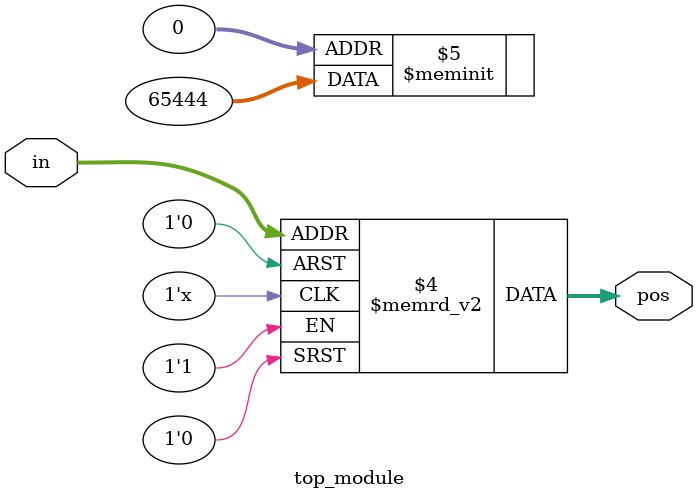
<source format=sv>
module top_module (
    input [3:0] in,
    output reg [1:0] pos
);

always @* begin
    case (in)
        0:
            pos = 0;
        1:
            pos = 1;
        2:
            pos = 2;
        3:
            pos = 2;
        4:
            pos = 3;
        5: 
            pos = 3;
        6:
            pos = 3;
        7:
            pos = 3;
        8:
            pos = 4;
        9:
            pos = 4;
        10:
            pos = 4;
        11:
            pos = 4;
        12:
            pos = 4;
        13:
            pos = 4;
        14:
            pos = 4;
        15:
            pos = 4;
    endcase
end

endmodule

</source>
